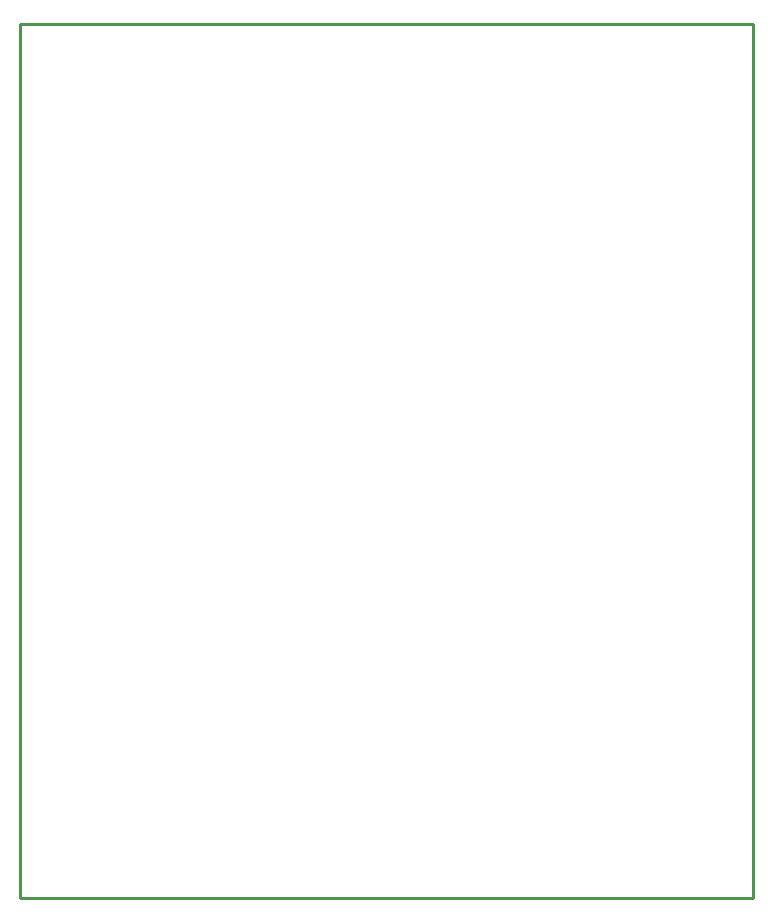
<source format=gm1>
G04 Layer_Color=16711935*
%FSLAX44Y44*%
%MOMM*%
G71*
G01*
G75*
%ADD10C,0.2540*%
D10*
X779000Y440000D02*
Y1180000D01*
X1400000D01*
X779000Y440000D02*
X1400000D01*
Y1180000D01*
M02*

</source>
